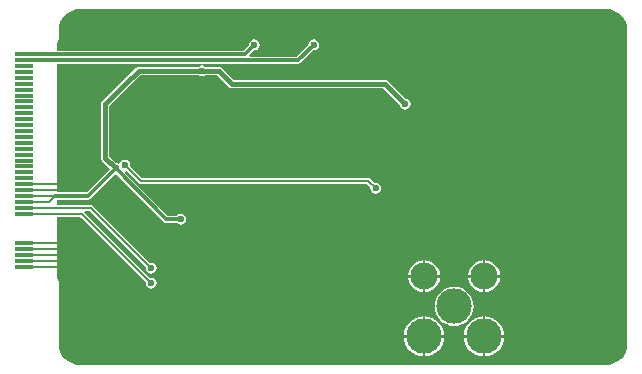
<source format=gbl>
G04*
G04 #@! TF.GenerationSoftware,Altium Limited,Altium Designer,21.0.9 (235)*
G04*
G04 Layer_Physical_Order=2*
G04 Layer_Color=16711680*
%FSLAX25Y25*%
%MOIN*%
G70*
G04*
G04 #@! TF.SameCoordinates,F721A58B-7B9E-4F0E-AACC-754D3C1868C2*
G04*
G04*
G04 #@! TF.FilePolarity,Positive*
G04*
G01*
G75*
%ADD10R,0.05906X0.01378*%
%ADD11C,0.01181*%
%ADD12C,0.00787*%
%ADD13C,0.01575*%
%ADD14C,0.09055*%
%ADD15C,0.11811*%
G04:AMPARAMS|DCode=16|XSize=334.65mil|YSize=275.59mil|CornerRadius=137.8mil|HoleSize=0mil|Usage=FLASHONLY|Rotation=180.000|XOffset=0mil|YOffset=0mil|HoleType=Round|Shape=RoundedRectangle|*
%AMROUNDEDRECTD16*
21,1,0.33465,0.00000,0,0,180.0*
21,1,0.05906,0.27559,0,0,180.0*
1,1,0.27559,-0.02953,0.00000*
1,1,0.27559,0.02953,0.00000*
1,1,0.27559,0.02953,0.00000*
1,1,0.27559,-0.02953,0.00000*
%
%ADD16ROUNDEDRECTD16*%
%ADD17C,0.02756*%
%ADD18C,0.02362*%
G36*
X186024Y-704D02*
X187422Y-842D01*
X188767Y-1250D01*
X190007Y-1913D01*
X191093Y-2804D01*
X191985Y-3891D01*
X192647Y-5130D01*
X193055Y-6475D01*
X193193Y-7874D01*
X193195D01*
X193195Y-7874D01*
Y-112205D01*
X193193D01*
X193055Y-113603D01*
X192647Y-114948D01*
X191985Y-116188D01*
X191093Y-117274D01*
X190007Y-118166D01*
X188767Y-118828D01*
X187422Y-119237D01*
X186023Y-119374D01*
Y-119376D01*
X10827D01*
Y-119374D01*
X9428Y-119237D01*
X8083Y-118828D01*
X6844Y-118166D01*
X5757Y-117274D01*
X4865Y-116188D01*
X4203Y-114948D01*
X3795Y-113603D01*
X3657Y-112205D01*
X3655D01*
Y-93406D01*
X3655Y-93406D01*
X3655Y-93405D01*
Y-92224D01*
X3665D01*
X3573Y-91531D01*
X3306Y-90884D01*
X2953Y-90424D01*
Y-69901D01*
X10825D01*
X32707Y-91783D01*
X32642Y-92106D01*
X32780Y-92798D01*
X33171Y-93384D01*
X33758Y-93775D01*
X34449Y-93913D01*
X35140Y-93775D01*
X35726Y-93384D01*
X36118Y-92798D01*
X36255Y-92106D01*
X36118Y-91415D01*
X35726Y-90829D01*
X35140Y-90437D01*
X34449Y-90300D01*
X34126Y-90364D01*
X12194Y-68433D01*
X12402Y-67933D01*
X13856D01*
X32707Y-86783D01*
X32642Y-87106D01*
X32780Y-87798D01*
X33171Y-88384D01*
X33758Y-88775D01*
X34449Y-88913D01*
X35140Y-88775D01*
X35726Y-88384D01*
X36118Y-87798D01*
X36255Y-87106D01*
X36118Y-86415D01*
X35726Y-85829D01*
X35140Y-85437D01*
X34449Y-85300D01*
X34126Y-85364D01*
X14981Y-66220D01*
X14656Y-66002D01*
X14272Y-65926D01*
X2953D01*
Y-64196D01*
X13484D01*
X13484Y-64196D01*
X13945Y-64105D01*
X14336Y-63844D01*
X22320Y-55860D01*
X22956D01*
X38715Y-71619D01*
X39106Y-71880D01*
X39567Y-71972D01*
X39567Y-71972D01*
X42965D01*
X43014Y-72045D01*
X43600Y-72437D01*
X44291Y-72574D01*
X44983Y-72437D01*
X45569Y-72045D01*
X45960Y-71459D01*
X46098Y-70768D01*
X45960Y-70077D01*
X45569Y-69490D01*
X44983Y-69099D01*
X44291Y-68961D01*
X43600Y-69099D01*
X43014Y-69490D01*
X42965Y-69564D01*
X40066D01*
X25762Y-55260D01*
X25939Y-54729D01*
X26205Y-54691D01*
X30294Y-58780D01*
X30620Y-58998D01*
X31004Y-59074D01*
X106474D01*
X107510Y-60110D01*
X107446Y-60433D01*
X107583Y-61124D01*
X107975Y-61710D01*
X108561Y-62102D01*
X109252Y-62239D01*
X109943Y-62102D01*
X110529Y-61710D01*
X110921Y-61124D01*
X111058Y-60433D01*
X110921Y-59742D01*
X110529Y-59156D01*
X109943Y-58764D01*
X109252Y-58627D01*
X108929Y-58691D01*
X107599Y-57361D01*
X107274Y-57144D01*
X106890Y-57067D01*
X31420D01*
X27431Y-53079D01*
X27495Y-52756D01*
X27358Y-52065D01*
X26966Y-51479D01*
X26380Y-51087D01*
X25689Y-50950D01*
X24998Y-51087D01*
X24412Y-51479D01*
X24020Y-52065D01*
X23471Y-52264D01*
X23329Y-52170D01*
X22863Y-52077D01*
X20499Y-49713D01*
Y-33062D01*
X26998Y-26564D01*
X27033Y-26540D01*
X27056Y-26506D01*
X30897Y-22665D01*
X50390D01*
X50785Y-22929D01*
X51476Y-23066D01*
X52168Y-22929D01*
X52563Y-22665D01*
X56406D01*
X60424Y-26682D01*
X60880Y-26987D01*
X61417Y-27094D01*
X111820D01*
X117456Y-32730D01*
X117524Y-33073D01*
X117916Y-33659D01*
X118502Y-34051D01*
X119193Y-34188D01*
X119884Y-34051D01*
X120470Y-33659D01*
X120862Y-33073D01*
X120999Y-32382D01*
X120862Y-31691D01*
X120470Y-31105D01*
X119884Y-30713D01*
X119295Y-30596D01*
X113395Y-24696D01*
X112939Y-24391D01*
X112402Y-24284D01*
X61999D01*
X57982Y-20266D01*
X57526Y-19962D01*
X56988Y-19855D01*
X52563D01*
X52168Y-19591D01*
X51476Y-19454D01*
X50785Y-19591D01*
X50390Y-19855D01*
X30315D01*
X29777Y-19962D01*
X29322Y-20266D01*
X24892Y-24696D01*
X18101Y-31487D01*
X17797Y-31943D01*
X17689Y-32480D01*
Y-50295D01*
X17797Y-50833D01*
X18101Y-51289D01*
X20793Y-53980D01*
X12986Y-61788D01*
X2953D01*
Y-18921D01*
X83464D01*
X83465Y-18921D01*
X83925Y-18829D01*
X84316Y-18568D01*
X88497Y-14388D01*
X88583Y-14405D01*
X89274Y-14267D01*
X89860Y-13876D01*
X90251Y-13290D01*
X90389Y-12598D01*
X90251Y-11907D01*
X89860Y-11321D01*
X89274Y-10930D01*
X88583Y-10792D01*
X87891Y-10930D01*
X87305Y-11321D01*
X86914Y-11907D01*
X86776Y-12598D01*
X86794Y-12685D01*
X82966Y-16512D01*
X67340D01*
X67149Y-16050D01*
X68812Y-14388D01*
X68898Y-14405D01*
X69589Y-14267D01*
X70175Y-13876D01*
X70566Y-13290D01*
X70704Y-12598D01*
X70566Y-11907D01*
X70175Y-11321D01*
X69589Y-10930D01*
X68898Y-10792D01*
X68206Y-10930D01*
X67620Y-11321D01*
X67229Y-11907D01*
X67091Y-12598D01*
X67108Y-12685D01*
X65249Y-14544D01*
X2953D01*
Y-11938D01*
X3306Y-11478D01*
X3573Y-10831D01*
X3665Y-10138D01*
X3655D01*
Y-7874D01*
X3657D01*
X3795Y-6475D01*
X4203Y-5130D01*
X4865Y-3891D01*
X5757Y-2804D01*
X6843Y-1913D01*
X8083Y-1250D01*
X9428Y-842D01*
X10827Y-704D01*
X10827Y-703D01*
X186024D01*
Y-704D01*
D02*
G37*
%LPC*%
G36*
X145827Y-84490D02*
Y-89406D01*
X150742D01*
X150611Y-88412D01*
X150076Y-87119D01*
X149224Y-86009D01*
X148114Y-85157D01*
X146821Y-84621D01*
X145827Y-84490D01*
D02*
G37*
G36*
X125827Y-84490D02*
Y-89406D01*
X130742D01*
X130611Y-88412D01*
X130076Y-87119D01*
X129224Y-86009D01*
X128113Y-85157D01*
X126821Y-84621D01*
X125827Y-84490D01*
D02*
G37*
G36*
X125039D02*
X124046Y-84621D01*
X122753Y-85157D01*
X121642Y-86009D01*
X120791Y-87119D01*
X120255Y-88412D01*
X120124Y-89406D01*
X125039D01*
Y-84490D01*
D02*
G37*
G36*
X145039D02*
X144046Y-84621D01*
X142753Y-85157D01*
X141642Y-86009D01*
X140790Y-87119D01*
X140255Y-88412D01*
X140124Y-89406D01*
X145039D01*
Y-84490D01*
D02*
G37*
G36*
X150742Y-90193D02*
X145827D01*
Y-95108D01*
X146821Y-94977D01*
X148114Y-94442D01*
X149224Y-93590D01*
X150076Y-92480D01*
X150611Y-91187D01*
X150742Y-90193D01*
D02*
G37*
G36*
X130742D02*
X125827D01*
Y-95108D01*
X126821Y-94977D01*
X128113Y-94442D01*
X129224Y-93590D01*
X130076Y-92480D01*
X130611Y-91187D01*
X130742Y-90193D01*
D02*
G37*
G36*
X125039D02*
X120124D01*
X120255Y-91187D01*
X120791Y-92480D01*
X121642Y-93590D01*
X122753Y-94442D01*
X124046Y-94977D01*
X125039Y-95108D01*
Y-90193D01*
D02*
G37*
G36*
X145039D02*
X140124D01*
X140255Y-91187D01*
X140790Y-92480D01*
X141642Y-93590D01*
X142753Y-94442D01*
X144046Y-94977D01*
X145039Y-95108D01*
Y-90193D01*
D02*
G37*
G36*
X135433Y-93272D02*
X134160Y-93397D01*
X132935Y-93769D01*
X131807Y-94372D01*
X130817Y-95184D01*
X130006Y-96173D01*
X129402Y-97301D01*
X129031Y-98526D01*
X128906Y-99799D01*
X129031Y-101073D01*
X129402Y-102297D01*
X130006Y-103426D01*
X130817Y-104415D01*
X131807Y-105227D01*
X132935Y-105830D01*
X134160Y-106201D01*
X135433Y-106327D01*
X136706Y-106201D01*
X137931Y-105830D01*
X139059Y-105227D01*
X140049Y-104415D01*
X140860Y-103426D01*
X141464Y-102297D01*
X141835Y-101073D01*
X141961Y-99799D01*
X141835Y-98526D01*
X141464Y-97301D01*
X140860Y-96173D01*
X140049Y-95184D01*
X139059Y-94372D01*
X137931Y-93769D01*
X136706Y-93397D01*
X135433Y-93272D01*
D02*
G37*
G36*
X145827Y-103113D02*
Y-109406D01*
X152120D01*
X152029Y-108487D01*
X151646Y-107226D01*
X151025Y-106063D01*
X150189Y-105044D01*
X149169Y-104207D01*
X148007Y-103586D01*
X146745Y-103203D01*
X145827Y-103113D01*
D02*
G37*
G36*
X125827Y-103113D02*
Y-109406D01*
X132120D01*
X132029Y-108487D01*
X131646Y-107226D01*
X131025Y-106063D01*
X130189Y-105044D01*
X129169Y-104207D01*
X128007Y-103586D01*
X126745Y-103203D01*
X125827Y-103113D01*
D02*
G37*
G36*
X125039D02*
X124121Y-103203D01*
X122859Y-103586D01*
X121697Y-104207D01*
X120678Y-105044D01*
X119841Y-106063D01*
X119220Y-107226D01*
X118837Y-108487D01*
X118747Y-109406D01*
X125039D01*
Y-103113D01*
D02*
G37*
G36*
X145039D02*
X144121Y-103203D01*
X142859Y-103586D01*
X141697Y-104207D01*
X140678Y-105044D01*
X139841Y-106063D01*
X139220Y-107226D01*
X138837Y-108487D01*
X138747Y-109406D01*
X145039D01*
Y-103113D01*
D02*
G37*
G36*
X152120Y-110193D02*
X145827D01*
Y-116486D01*
X146745Y-116395D01*
X148007Y-116013D01*
X149169Y-115391D01*
X150189Y-114555D01*
X151025Y-113536D01*
X151646Y-112373D01*
X152029Y-111111D01*
X152120Y-110193D01*
D02*
G37*
G36*
X132120D02*
X125827D01*
Y-116486D01*
X126745Y-116395D01*
X128007Y-116013D01*
X129169Y-115391D01*
X130189Y-114555D01*
X131025Y-113536D01*
X131646Y-112373D01*
X132029Y-111111D01*
X132120Y-110193D01*
D02*
G37*
G36*
X125039D02*
X118747D01*
X118837Y-111111D01*
X119220Y-112373D01*
X119841Y-113536D01*
X120678Y-114555D01*
X121697Y-115391D01*
X122859Y-116013D01*
X124121Y-116395D01*
X125039Y-116486D01*
Y-110193D01*
D02*
G37*
G36*
X145039D02*
X138747D01*
X138837Y-111111D01*
X139220Y-112373D01*
X139841Y-113536D01*
X140678Y-114555D01*
X141697Y-115391D01*
X142859Y-116013D01*
X144121Y-116395D01*
X145039Y-116486D01*
Y-110193D01*
D02*
G37*
%LPD*%
D10*
X-7874Y-15748D02*
D03*
Y-17717D02*
D03*
Y-19685D02*
D03*
Y-21654D02*
D03*
Y-23622D02*
D03*
Y-25591D02*
D03*
Y-27559D02*
D03*
Y-29528D02*
D03*
Y-31496D02*
D03*
Y-33465D02*
D03*
Y-35433D02*
D03*
Y-37402D02*
D03*
Y-39370D02*
D03*
Y-41339D02*
D03*
Y-43307D02*
D03*
Y-45276D02*
D03*
Y-47244D02*
D03*
Y-49213D02*
D03*
Y-51181D02*
D03*
Y-53150D02*
D03*
Y-55118D02*
D03*
Y-57087D02*
D03*
Y-59055D02*
D03*
Y-61024D02*
D03*
Y-62992D02*
D03*
Y-64961D02*
D03*
Y-66929D02*
D03*
Y-68898D02*
D03*
Y-86614D02*
D03*
Y-84646D02*
D03*
Y-82677D02*
D03*
Y-80709D02*
D03*
Y-78740D02*
D03*
D11*
Y-17717D02*
X83465D01*
X88583Y-12598D01*
X-7874Y-15748D02*
X65748D01*
X68898Y-12598D01*
X13484Y-62992D02*
X22638Y-53839D01*
X2461Y-62992D02*
X13484D01*
X39567Y-70768D02*
X44291D01*
X22638Y-53839D02*
X39567Y-70768D01*
X25886Y-25689D02*
X26181D01*
D12*
X-7874Y-61024D02*
X3543D01*
X-7874Y-59055D02*
X3543D01*
X-7874Y-78740D02*
X3543D01*
X-7874Y-80709D02*
X3543D01*
X-7874Y-82677D02*
X3543D01*
X-7874Y-86614D02*
X3543D01*
X-7874Y-84646D02*
X3543D01*
X106890Y-58071D02*
X109252Y-60433D01*
X31004Y-58071D02*
X106890D01*
X25689Y-52756D02*
X31004Y-58071D01*
X492Y-64961D02*
X2461Y-62992D01*
X492Y-64961D02*
X492Y-64961D01*
X-7874Y-64961D02*
X492D01*
X-7874Y-62992D02*
X2461D01*
X14272Y-66929D02*
X34449Y-87106D01*
X-7874Y-66929D02*
X14272D01*
X11240Y-68898D02*
X34449Y-92106D01*
X-7874Y-68898D02*
X11240D01*
D13*
X119095Y-32382D02*
X119193D01*
X112402Y-25689D02*
X119095Y-32382D01*
X19094Y-50295D02*
X22638Y-53839D01*
X19094Y-50295D02*
Y-32480D01*
X25886Y-25689D01*
X30315Y-21260D01*
X51476D01*
X56988D01*
X61417Y-25689D01*
X112402D01*
D14*
X125433Y-89799D02*
D03*
X145433D02*
D03*
D15*
Y-109799D02*
D03*
X125433D02*
D03*
X135433Y-99799D02*
D03*
D16*
X169291Y-47244D02*
D03*
D17*
X161151Y-39891D02*
D03*
X177432D02*
D03*
Y-54598D02*
D03*
X161151D02*
D03*
X156299Y-47244D02*
D03*
X182283D02*
D03*
X169291Y-57087D02*
D03*
Y-37402D02*
D03*
D18*
X110335Y-40453D02*
D03*
X88583Y-12598D02*
D03*
X68898D02*
D03*
X85138Y-10335D02*
D03*
X74311Y-10335D02*
D03*
X63484Y-10335D02*
D03*
X63484Y-21161D02*
D03*
X117126Y-65157D02*
D03*
X23622Y-33957D02*
D03*
X29724Y-70866D02*
D03*
X18209Y-7579D02*
D03*
X9351Y-10335D02*
D03*
X9351Y-21161D02*
D03*
X17717D02*
D03*
X33465Y-3937D02*
D03*
X45276Y-53740D02*
D03*
X46752Y-60433D02*
D03*
X57579D02*
D03*
X41339Y-65157D02*
D03*
X52165D02*
D03*
X52658Y-10335D02*
D03*
X139272Y-42815D02*
D03*
X150098Y-42815D02*
D03*
X150098Y-31988D02*
D03*
X139272Y-31988D02*
D03*
X128445D02*
D03*
X139272Y-21161D02*
D03*
X128445Y-21161D02*
D03*
X128445Y-10335D02*
D03*
X117618Y-21161D02*
D03*
X106791D02*
D03*
X106791Y-10335D02*
D03*
X117618D02*
D03*
X95964Y-21161D02*
D03*
X95964Y-10335D02*
D03*
X112205Y-31988D02*
D03*
X106791D02*
D03*
X101378D02*
D03*
X95964D02*
D03*
X90551D02*
D03*
X85138D02*
D03*
X79724D02*
D03*
X74311D02*
D03*
X68898D02*
D03*
X63484D02*
D03*
X58071D02*
D03*
X8858Y-86811D02*
D03*
X8858Y-75984D02*
D03*
X106299Y-65157D02*
D03*
X95473D02*
D03*
X84646D02*
D03*
X73819D02*
D03*
X62992D02*
D03*
X100886Y-60433D02*
D03*
X90059D02*
D03*
X79232D02*
D03*
X68406D02*
D03*
X106299Y-55709D02*
D03*
X95473D02*
D03*
X84646D02*
D03*
X73819D02*
D03*
X119193Y-32382D02*
D03*
X22638Y-53839D02*
D03*
X8858Y-50689D02*
D03*
X44291Y-70768D02*
D03*
X34449Y-92106D02*
D03*
X34449Y-87106D02*
D03*
X31496Y-43307D02*
D03*
X35433Y-43307D02*
D03*
X35433Y-47244D02*
D03*
X31496Y-47244D02*
D03*
X109252Y-60433D02*
D03*
X25689Y-52756D02*
D03*
X138287Y-46752D02*
D03*
X134941Y-43209D02*
D03*
X146358Y-78248D02*
D03*
X124508Y-78248D02*
D03*
Y-72835D02*
D03*
X146358Y-72835D02*
D03*
Y-51181D02*
D03*
Y-67421D02*
D03*
Y-56595D02*
D03*
Y-62008D02*
D03*
X124508Y-67421D02*
D03*
Y-62008D02*
D03*
Y-56595D02*
D03*
X73819Y-50984D02*
D03*
X79232D02*
D03*
X84646D02*
D03*
X90059D02*
D03*
X95473D02*
D03*
X100886D02*
D03*
X106299D02*
D03*
X84646Y-38386D02*
D03*
X90059D02*
D03*
X95473D02*
D03*
X100886D02*
D03*
X73819Y-46260D02*
D03*
X79232D02*
D03*
X84646D02*
D03*
X90059D02*
D03*
X95473D02*
D03*
X100886D02*
D03*
X106299D02*
D03*
X124311Y-40945D02*
D03*
X124508Y-51181D02*
D03*
X129724Y-40945D02*
D03*
X140945Y-62008D02*
D03*
Y-56595D02*
D03*
X129921Y-67421D02*
D03*
Y-62008D02*
D03*
Y-56595D02*
D03*
Y-51181D02*
D03*
X42815Y-34843D02*
D03*
X51476Y-21260D02*
D03*
M02*

</source>
